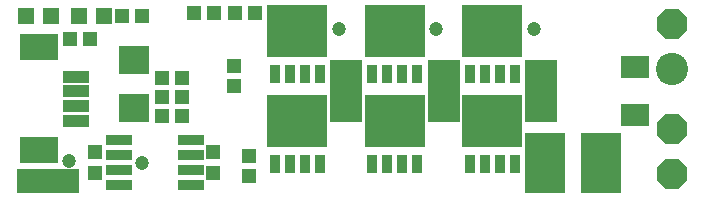
<source format=gbr>
G04 --- HEADER BEGIN --- *
%TF.GenerationSoftware,LibrePCB,LibrePCB,0.1.0*%
%TF.CreationDate,2016-09-09T23:18:03*%
%TF.ProjectId,Demo Brushless Controller Project - default,ace706f3-b818-4ce9-86ab-e3185109c18f,v1*%
%TF.Part,Single*%
%FSLAX66Y66*%
%MOMM*%
G01*
G74*
G04 --- HEADER END --- *
G04 --- APERTURE LIST BEGIN --- *
%ADD10P,2.740000X8X22.500000*%
%ADD11R,1.200000X1.300000*%
%ADD12R,1.400000X1.400000*%
%ADD13C,2.740000*%
%ADD14P,2.740000X8X292.500000*%
%ADD15R,0.900000X1.600000*%
%ADD16R,5.200000X4.500000*%
%ADD17R,2.200000X1.000000*%
%ADD18R,3.200000X2.300000*%
%ADD19R,1.300000X1.200000*%
%ADD20R,2.740000X5.280000*%
%ADD21R,2.600000X2.400000*%
%ADD22R,2.360000X1.980000*%
%ADD23R,5.280000X2.028800*%
%ADD24R,2.232000X0.860400*%
%ADD25R,3.400000X5.200000*%
%ADD26C,1.200000*%
G04 --- APERTURE LIST END --- *
G04 --- BOARD BEGIN --- *
D10*
X55880000Y14605000D03*
D11*
X20535000Y15557500D03*
X18835000Y15557500D03*
D12*
X5617500Y15240000D03*
X7717500Y15240000D03*
D11*
X14343750Y10001250D03*
X12643750Y10001250D03*
D13*
X55880000Y10795000D03*
D14*
X55880000Y5715000D03*
D15*
X24765000Y2747500D03*
X23495000Y2747500D03*
X22225000Y2747500D03*
X26035000Y2747500D03*
D16*
X24130000Y6397500D03*
D17*
X5357500Y8880000D03*
X5357500Y7630000D03*
X5357500Y6380000D03*
X5357500Y10130000D03*
D18*
X2232500Y12630000D03*
X2232500Y3880000D03*
D19*
X6985000Y3707500D03*
X6985000Y2007500D03*
D15*
X24765000Y10367500D03*
X23495000Y10367500D03*
X22225000Y10367500D03*
X26035000Y10367500D03*
D16*
X24130000Y14017500D03*
D15*
X33020000Y2747500D03*
X31750000Y2747500D03*
X30480000Y2747500D03*
X34290000Y2747500D03*
D16*
X32385000Y6397500D03*
D11*
X4865000Y13335000D03*
X6565000Y13335000D03*
D10*
X55880000Y1905000D03*
D15*
X33020000Y10367500D03*
X31750000Y10367500D03*
X30480000Y10367500D03*
X34290000Y10367500D03*
D16*
X32385000Y14017500D03*
D11*
X9310000Y15240000D03*
X11010000Y15240000D03*
X16986250Y2007500D03*
X16986250Y3707500D03*
D20*
X36512500Y8890000D03*
X44767500Y8890000D03*
D15*
X41275000Y10367500D03*
X40005000Y10367500D03*
X38735000Y10367500D03*
X42545000Y10367500D03*
D16*
X40640000Y14017500D03*
D21*
X10318750Y11575000D03*
X10318750Y7475000D03*
D19*
X20002500Y1690000D03*
X20002500Y3390000D03*
X14343750Y6826250D03*
X12643750Y6826250D03*
D22*
X52705000Y6850000D03*
X52705000Y10920000D03*
D15*
X41275000Y2747500D03*
X40005000Y2747500D03*
X38735000Y2747500D03*
X42545000Y2747500D03*
D16*
X40640000Y6397500D03*
D23*
X3016250Y1270000D03*
D24*
X8991600Y2222500D03*
X8991600Y3492500D03*
X15138400Y2222500D03*
X15138400Y4762500D03*
X15138400Y952500D03*
X15138400Y3492500D03*
X8991600Y952500D03*
X8991600Y4762500D03*
D12*
X1172500Y15240000D03*
X3272500Y15240000D03*
D20*
X28257500Y8890000D03*
D25*
X49828450Y2857500D03*
X45104050Y2857500D03*
D11*
X17042500Y15557500D03*
X15342500Y15557500D03*
D19*
X14343750Y8413750D03*
X12643750Y8413750D03*
D11*
X18732500Y11010000D03*
X18732500Y9310000D03*
D26*
X27622500Y14128750D03*
X35877500Y14128750D03*
X44132500Y14128750D03*
X4762500Y3016250D03*
X10953750Y2857500D03*
G04 --- BOARD END --- *
%TF.MD5,2f93d8dfd4739bba82f8947448983db8*%
M02*

</source>
